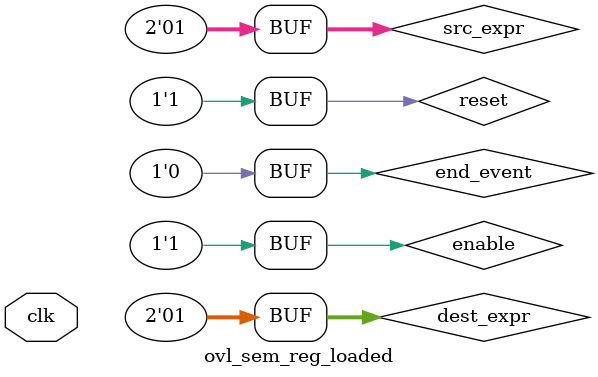
<source format=sv>
module ovl_sem_reg_loaded(input logic clk);
  logic reset = 1'b1;
  logic enable = 1'b1;
  logic start_event = 1'b0;
  logic end_event = 1'b0;
  logic [1:0] src_expr = 2'b01;
`ifdef FAIL
  logic [1:0] dest_expr = 2'b10;
`else
  logic [1:0] dest_expr = 2'b01;
`endif
  logic [2:0] cycles = 3'd0;

  always_ff @(posedge clk) begin
    cycles <= cycles + 3'd1;
    start_event <= (cycles == 3'd1);
  end

  ovl_reg_loaded #(
      .width(2),
      .start_count(1),
      .end_count(2)) dut (
      .clock(clk),
      .reset(reset),
      .enable(enable),
      .start_event(start_event),
      .end_event(end_event),
      .src_expr(src_expr),
      .dest_expr(dest_expr),
      .fire());
endmodule

</source>
